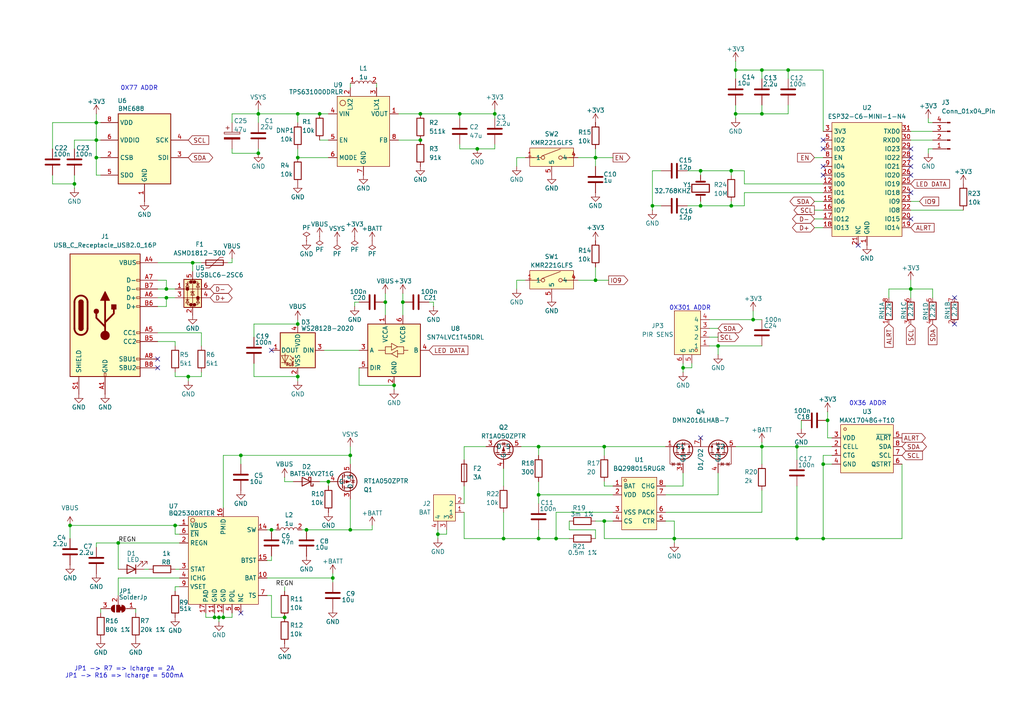
<source format=kicad_sch>
(kicad_sch (version 20231120) (generator "eeschema") (generator_version "8.0")
  (paper "A4")
  (title_block (title "Projet elec de puissance") (rev "V1.0"))
  (junction (at 27.94 35.56))
  (junction (at 54.61 109.22))
  (junction (at 146.05 156.21))
  (junction (at 86.36 93.98))
  (junction (at 86.36 45.72))
  (junction (at 63.5 179.07))
  (junction (at 156.21 129.54))
  (junction (at 111.76 87.63))
  (junction (at 231.14 156.21))
  (junction (at 240.03 121.92))
  (junction (at 27.94 40.64))
  (junction (at 88.9 153.67))
  (junction (at 220.98 129.54))
  (junction (at 228.6 20.32))
  (junction (at 50.8 152.4))
  (junction (at 213.36 20.32))
  (junction (at 27.94 45.72))
  (junction (at 172.72 81.28))
  (junction (at 138.43 43.18))
  (junction (at 101.6 153.67))
  (junction (at 101.6 132.08))
  (junction (at 116.84 87.63))
  (junction (at 127 154.94))
  (junction (at 86.36 109.22))
  (junction (at 161.29 156.21))
  (junction (at 64.77 179.07))
  (junction (at 189.23 59.69))
  (junction (at 172.72 45.72))
  (junction (at 86.36 33.02))
  (junction (at 175.26 151.13))
  (junction (at 212.09 59.69))
  (junction (at 82.55 179.07))
  (junction (at 143.51 33.02))
  (junction (at 121.92 40.64))
  (junction (at 175.26 129.54))
  (junction (at 231.14 129.54))
  (junction (at 264.16 83.82))
  (junction (at 21.59 53.34))
  (junction (at 114.3 111.76))
  (junction (at 156.21 143.51))
  (junction (at 96.52 167.64))
  (junction (at 20.32 152.4))
  (junction (at 74.93 44.45))
  (junction (at 48.26 86.36))
  (junction (at 220.98 33.02))
  (junction (at 156.21 156.21))
  (junction (at 55.88 76.2))
  (junction (at 74.93 33.02))
  (junction (at 121.92 33.02))
  (junction (at 238.76 134.62))
  (junction (at 48.26 83.82))
  (junction (at 95.25 139.7))
  (junction (at 208.28 100.33))
  (junction (at 62.23 179.07))
  (junction (at 78.74 153.67))
  (junction (at 133.35 33.02))
  (junction (at 92.71 33.02))
  (junction (at 238.76 156.21))
  (junction (at 203.2 49.53))
  (junction (at 198.12 106.68))
  (junction (at 203.2 59.69))
  (junction (at 212.09 49.53))
  (junction (at 213.36 33.02))
  (junction (at 195.58 156.21))
  (junction (at 220.98 20.32))
  (junction (at 218.44 92.71))
  (junction (at 69.85 132.08))
  (junction (at 34.29 157.48))
  (no_connect (at 276.86 93.98))
  (no_connect (at 69.85 177.8))
  (no_connect (at 264.16 43.18))
  (no_connect (at 45.72 104.14))
  (no_connect (at 238.76 48.26))
  (no_connect (at 264.16 50.8))
  (no_connect (at 238.76 50.8))
  (no_connect (at 248.92 71.12))
  (no_connect (at 78.74 101.6))
  (no_connect (at 203.2 127))
  (no_connect (at 264.16 45.72))
  (no_connect (at 264.16 55.88))
  (no_connect (at 45.72 106.68))
  (no_connect (at 264.16 48.26))
  (no_connect (at 276.86 86.36))
  (no_connect (at 238.76 43.18))
  (no_connect (at 264.16 63.5))
  (no_connect (at 238.76 40.64))
  (wire (pts (xy 66.04 76.2) (xy 67.31 76.2)))
  (wire (pts (xy 50.8 170.18) (xy 50.8 171.45)))
  (wire (pts (xy 34.29 167.64) (xy 34.29 172.72)))
  (wire (pts (xy 175.26 139.7) (xy 175.26 140.97)))
  (wire (pts (xy 215.9 59.69) (xy 215.9 55.88)))
  (wire (pts (xy 133.35 33.02) (xy 143.51 33.02)))
  (wire (pts (xy 220.98 148.59) (xy 193.04 148.59)))
  (wire (pts (xy 78.74 172.72) (xy 78.74 179.07)))
  (wire (pts (xy 86.36 92.71) (xy 86.36 93.98)))
  (wire (pts (xy 231.14 129.54) (xy 231.14 133.35)))
  (wire (pts (xy 63.5 179.07) (xy 62.23 179.07)))
  (wire (pts (xy 238.76 134.62) (xy 241.3 134.62)))
  (wire (pts (xy 220.98 142.24) (xy 220.98 148.59)))
  (wire (pts (xy 199.39 49.53) (xy 203.2 49.53)))
  (wire (pts (xy 67.31 44.45) (xy 74.93 44.45)))
  (wire (pts (xy 127 154.94) (xy 127 156.21)))
  (wire (pts (xy 218.44 92.71) (xy 218.44 90.17)))
  (wire (pts (xy 228.6 30.48) (xy 228.6 33.02)))
  (wire (pts (xy 189.23 60.96) (xy 189.23 59.69)))
  (wire (pts (xy 129.54 154.94) (xy 127 154.94)))
  (wire (pts (xy 236.22 63.5) (xy 238.76 63.5)))
  (wire (pts (xy 77.47 162.56) (xy 78.74 162.56)))
  (wire (pts (xy 116.84 87.63) (xy 116.84 91.44)))
  (wire (pts (xy 77.47 153.67) (xy 78.74 153.67)))
  (wire (pts (xy 205.74 100.33) (xy 208.28 100.33)))
  (wire (pts (xy 102.87 88.9) (xy 102.87 87.63)))
  (wire (pts (xy 232.41 121.92) (xy 232.41 124.46)))
  (wire (pts (xy 27.94 33.02) (xy 27.94 35.56)))
  (wire (pts (xy 86.36 35.56) (xy 86.36 33.02)))
  (wire (pts (xy 48.26 83.82) (xy 50.8 83.82)))
  (wire (pts (xy 172.72 153.67) (xy 165.1 153.67)))
  (wire (pts (xy 107.95 153.67) (xy 107.95 152.4)))
  (wire (pts (xy 109.22 24.13) (xy 109.22 25.4)))
  (wire (pts (xy 63.5 180.34) (xy 63.5 179.07)))
  (wire (pts (xy 189.23 49.53) (xy 191.77 49.53)))
  (wire (pts (xy 189.23 59.69) (xy 191.77 59.69)))
  (wire (pts (xy 236.22 60.96) (xy 238.76 60.96)))
  (wire (pts (xy 220.98 129.54) (xy 220.98 134.62)))
  (wire (pts (xy 149.86 45.72) (xy 152.4 45.72)))
  (wire (pts (xy 50.8 165.1) (xy 52.07 165.1)))
  (wire (pts (xy 143.51 34.29) (xy 143.51 33.02)))
  (wire (pts (xy 62.23 179.07) (xy 62.23 177.8)))
  (wire (pts (xy 134.62 129.54) (xy 140.97 129.54)))
  (wire (pts (xy 200.66 105.41) (xy 200.66 106.68)))
  (wire (pts (xy 240.03 121.92) (xy 240.03 127)))
  (wire (pts (xy 121.92 33.02) (xy 133.35 33.02)))
  (wire (pts (xy 238.76 132.08) (xy 238.76 134.62)))
  (wire (pts (xy 215.9 53.34) (xy 215.9 49.53)))
  (wire (pts (xy 64.77 177.8) (xy 64.77 179.07)))
  (wire (pts (xy 175.26 132.08) (xy 175.26 129.54)))
  (wire (pts (xy 82.55 139.7) (xy 85.09 139.7)))
  (wire (pts (xy 27.94 35.56) (xy 29.21 35.56)))
  (wire (pts (xy 146.05 140.97) (xy 146.05 135.89)))
  (wire (pts (xy 73.66 97.79) (xy 73.66 93.98)))
  (wire (pts (xy 264.16 83.82) (xy 264.16 86.36)))
  (wire (pts (xy 78.74 153.67) (xy 80.01 153.67)))
  (wire (pts (xy 189.23 49.53) (xy 189.23 59.69)))
  (wire (pts (xy 50.8 109.22) (xy 54.61 109.22)))
  (wire (pts (xy 172.72 153.67) (xy 172.72 156.21)))
  (wire (pts (xy 21.59 43.18) (xy 21.59 40.64)))
  (wire (pts (xy 52.07 170.18) (xy 50.8 170.18)))
  (wire (pts (xy 41.91 165.1) (xy 43.18 165.1)))
  (wire (pts (xy 21.59 53.34) (xy 21.59 50.8)))
  (wire (pts (xy 220.98 22.86) (xy 220.98 20.32)))
  (wire (pts (xy 96.52 166.37) (xy 96.52 167.64)))
  (wire (pts (xy 82.55 170.18) (xy 82.55 171.45)))
  (wire (pts (xy 86.36 45.72) (xy 95.25 45.72)))
  (wire (pts (xy 269.24 35.56) (xy 270.51 35.56)))
  (wire (pts (xy 236.22 66.04) (xy 238.76 66.04)))
  (wire (pts (xy 269.24 44.45) (xy 269.24 43.18)))
  (wire (pts (xy 69.85 132.08) (xy 69.85 134.62)))
  (wire (pts (xy 29.21 45.72) (xy 27.94 45.72)))
  (wire (pts (xy 165.1 153.67) (xy 165.1 151.13)))
  (wire (pts (xy 213.36 30.48) (xy 213.36 33.02)))
  (wire (pts (xy 21.59 40.64) (xy 27.94 40.64)))
  (wire (pts (xy 257.81 83.82) (xy 264.16 83.82)))
  (wire (pts (xy 241.3 127) (xy 240.03 127)))
  (wire (pts (xy 238.76 53.34) (xy 215.9 53.34)))
  (wire (pts (xy 20.32 156.21) (xy 20.32 152.4)))
  (wire (pts (xy 149.86 48.26) (xy 149.86 45.72)))
  (wire (pts (xy 264.16 40.64) (xy 270.51 40.64)))
  (wire (pts (xy 55.88 76.2) (xy 55.88 78.74)))
  (wire (pts (xy 45.72 96.52) (xy 58.42 96.52)))
  (wire (pts (xy 238.76 20.32) (xy 238.76 38.1)))
  (wire (pts (xy 101.6 24.13) (xy 101.6 25.4)))
  (wire (pts (xy 213.36 17.78) (xy 213.36 20.32)))
  (wire (pts (xy 101.6 129.54) (xy 101.6 132.08)))
  (wire (pts (xy 54.61 110.49) (xy 54.61 109.22)))
  (wire (pts (xy 175.26 129.54) (xy 193.04 129.54)))
  (wire (pts (xy 177.8 45.72) (xy 172.72 45.72)))
  (wire (pts (xy 193.04 143.51) (xy 208.28 143.51)))
  (wire (pts (xy 115.57 40.64) (xy 121.92 40.64)))
  (wire (pts (xy 133.35 43.18) (xy 133.35 41.91)))
  (wire (pts (xy 64.77 132.08) (xy 69.85 132.08)))
  (wire (pts (xy 231.14 129.54) (xy 220.98 129.54)))
  (wire (pts (xy 50.8 100.33) (xy 50.8 99.06)))
  (wire (pts (xy 213.36 22.86) (xy 213.36 20.32)))
  (wire (pts (xy 101.6 144.78) (xy 101.6 153.67)))
  (wire (pts (xy 45.72 88.9) (xy 48.26 88.9)))
  (wire (pts (xy 34.29 157.48) (xy 52.07 157.48)))
  (wire (pts (xy 212.09 58.42) (xy 212.09 59.69)))
  (wire (pts (xy 78.74 162.56) (xy 78.74 161.29)))
  (wire (pts (xy 93.98 101.6) (xy 104.14 101.6)))
  (wire (pts (xy 220.98 128.27) (xy 220.98 129.54)))
  (wire (pts (xy 74.93 33.02) (xy 74.93 35.56)))
  (wire (pts (xy 220.98 33.02) (xy 220.98 30.48)))
  (wire (pts (xy 73.66 105.41) (xy 73.66 109.22)))
  (wire (pts (xy 203.2 59.69) (xy 212.09 59.69)))
  (wire (pts (xy 95.25 140.97) (xy 95.25 139.7)))
  (wire (pts (xy 27.94 157.48) (xy 27.94 158.75)))
  (wire (pts (xy 208.28 143.51) (xy 208.28 137.16)))
  (wire (pts (xy 195.58 151.13) (xy 193.04 151.13)))
  (wire (pts (xy 27.94 50.8) (xy 29.21 50.8)))
  (wire (pts (xy 240.03 119.38) (xy 240.03 121.92)))
  (wire (pts (xy 67.31 35.56) (xy 67.31 33.02)))
  (wire (pts (xy 104.14 111.76) (xy 114.3 111.76)))
  (wire (pts (xy 175.26 151.13) (xy 177.8 151.13)))
  (wire (pts (xy 212.09 49.53) (xy 203.2 49.53)))
  (wire (pts (xy 156.21 143.51) (xy 156.21 146.05)))
  (wire (pts (xy 264.16 81.28) (xy 264.16 83.82)))
  (wire (pts (xy 50.8 109.22) (xy 50.8 107.95)))
  (wire (pts (xy 203.2 49.53) (xy 203.2 50.8)))
  (wire (pts (xy 27.94 157.48) (xy 34.29 157.48)))
  (wire (pts (xy 257.81 83.82) (xy 257.81 86.36)))
  (wire (pts (xy 27.94 35.56) (xy 27.94 40.64)))
  (wire (pts (xy 208.28 100.33) (xy 208.28 102.87)))
  (wire (pts (xy 146.05 148.59) (xy 146.05 156.21)))
  (wire (pts (xy 50.8 99.06) (xy 45.72 99.06)))
  (wire (pts (xy 87.63 153.67) (xy 88.9 153.67)))
  (wire (pts (xy 134.62 129.54) (xy 134.62 133.35)))
  (wire (pts (xy 228.6 20.32) (xy 228.6 22.86)))
  (wire (pts (xy 270.51 83.82) (xy 270.51 86.36)))
  (wire (pts (xy 74.93 33.02) (xy 86.36 33.02)))
  (wire (pts (xy 21.59 54.61) (xy 21.59 53.34)))
  (wire (pts (xy 175.26 156.21) (xy 195.58 156.21)))
  (wire (pts (xy 238.76 134.62) (xy 238.76 156.21)))
  (wire (pts (xy 129.54 153.67) (xy 129.54 154.94)))
  (wire (pts (xy 77.47 172.72) (xy 78.74 172.72)))
  (wire (pts (xy 52.07 154.94) (xy 50.8 154.94)))
  (wire (pts (xy 133.35 43.18) (xy 138.43 43.18)))
  (wire (pts (xy 27.94 45.72) (xy 27.94 40.64)))
  (wire (pts (xy 195.58 157.48) (xy 195.58 156.21)))
  (wire (pts (xy 220.98 92.71) (xy 218.44 92.71)))
  (wire (pts (xy 15.24 50.8) (xy 15.24 53.34)))
  (wire (pts (xy 156.21 139.7) (xy 156.21 143.51)))
  (wire (pts (xy 143.51 43.18) (xy 143.51 41.91)))
  (wire (pts (xy 200.66 106.68) (xy 198.12 106.68)))
  (wire (pts (xy 67.31 177.8) (xy 67.31 179.07)))
  (wire (pts (xy 134.62 156.21) (xy 146.05 156.21)))
  (wire (pts (xy 151.13 129.54) (xy 156.21 129.54)))
  (wire (pts (xy 78.74 179.07) (xy 82.55 179.07)))
  (wire (pts (xy 161.29 148.59) (xy 161.29 156.21)))
  (wire (pts (xy 195.58 156.21) (xy 195.58 151.13)))
  (wire (pts (xy 125.73 88.9) (xy 125.73 87.63)))
  (wire (pts (xy 50.8 152.4) (xy 52.07 152.4)))
  (wire (pts (xy 45.72 76.2) (xy 55.88 76.2)))
  (wire (pts (xy 236.22 58.42) (xy 238.76 58.42)))
  (wire (pts (xy 74.93 31.75) (xy 74.93 33.02)))
  (wire (pts (xy 50.8 154.94) (xy 50.8 152.4)))
  (wire (pts (xy 29.21 177.8) (xy 29.21 176.53)))
  (wire (pts (xy 213.36 129.54) (xy 220.98 129.54)))
  (wire (pts (xy 64.77 179.07) (xy 67.31 179.07)))
  (wire (pts (xy 205.74 95.25) (xy 208.28 95.25)))
  (wire (pts (xy 27.94 45.72) (xy 27.94 50.8)))
  (wire (pts (xy 82.55 138.43) (xy 82.55 139.7)))
  (wire (pts (xy 64.77 132.08) (xy 64.77 147.32)))
  (wire (pts (xy 58.42 96.52) (xy 58.42 100.33)))
  (wire (pts (xy 156.21 153.67) (xy 156.21 156.21)))
  (wire (pts (xy 67.31 33.02) (xy 74.93 33.02)))
  (wire (pts (xy 102.87 87.63) (xy 104.14 87.63)))
  (wire (pts (xy 172.72 81.28) (xy 176.53 81.28)))
  (wire (pts (xy 48.26 81.28) (xy 45.72 81.28)))
  (wire (pts (xy 198.12 140.97) (xy 198.12 137.16)))
  (wire (pts (xy 48.26 83.82) (xy 48.26 81.28)))
  (wire (pts (xy 205.74 97.79) (xy 208.28 97.79)))
  (wire (pts (xy 143.51 31.75) (xy 143.51 33.02)))
  (wire (pts (xy 215.9 55.88) (xy 238.76 55.88)))
  (wire (pts (xy 20.32 152.4) (xy 50.8 152.4)))
  (wire (pts (xy 167.64 81.28) (xy 172.72 81.28)))
  (wire (pts (xy 58.42 109.22) (xy 58.42 107.95)))
  (wire (pts (xy 55.88 76.2) (xy 58.42 76.2)))
  (wire (pts (xy 39.37 177.8) (xy 39.37 176.53)))
  (wire (pts (xy 156.21 156.21) (xy 161.29 156.21)))
  (wire (pts (xy 198.12 105.41) (xy 198.12 106.68)))
  (wire (pts (xy 127 153.67) (xy 127 154.94)))
  (wire (pts (xy 111.76 85.09) (xy 111.76 87.63)))
  (wire (pts (xy 116.84 85.09) (xy 116.84 87.63)))
  (wire (pts (xy 138.43 43.18) (xy 143.51 43.18)))
  (wire (pts (xy 199.39 59.69) (xy 203.2 59.69)))
  (wire (pts (xy 236.22 45.72) (xy 238.76 45.72)))
  (wire (pts (xy 238.76 156.21) (xy 231.14 156.21)))
  (wire (pts (xy 193.04 140.97) (xy 198.12 140.97)))
  (wire (pts (xy 86.36 110.49) (xy 86.36 109.22)))
  (wire (pts (xy 59.69 177.8) (xy 59.69 179.07)))
  (wire (pts (xy 156.21 132.08) (xy 156.21 129.54)))
  (wire (pts (xy 175.26 140.97) (xy 177.8 140.97)))
  (wire (pts (xy 213.36 20.32) (xy 220.98 20.32)))
  (wire (pts (xy 261.62 134.62) (xy 261.62 156.21)))
  (wire (pts (xy 205.74 92.71) (xy 218.44 92.71)))
  (wire (pts (xy 161.29 156.21) (xy 165.1 156.21)))
  (wire (pts (xy 104.14 106.68) (xy 104.14 111.76)))
  (wire (pts (xy 228.6 33.02) (xy 220.98 33.02)))
  (wire (pts (xy 172.72 45.72) (xy 172.72 48.26)))
  (wire (pts (xy 167.64 45.72) (xy 172.72 45.72)))
  (wire (pts (xy 114.3 113.03) (xy 114.3 111.76)))
  (wire (pts (xy 15.24 43.18) (xy 15.24 35.56)))
  (wire (pts (xy 45.72 83.82) (xy 48.26 83.82)))
  (wire (pts (xy 45.72 86.36) (xy 48.26 86.36)))
  (wire (pts (xy 231.14 129.54) (xy 241.3 129.54)))
  (wire (pts (xy 156.21 129.54) (xy 175.26 129.54)))
  (wire (pts (xy 115.57 33.02) (xy 121.92 33.02)))
  (wire (pts (xy 111.76 87.63) (xy 111.76 91.44)))
  (wire (pts (xy 92.71 40.64) (xy 95.25 40.64)))
  (wire (pts (xy 64.77 179.07) (xy 63.5 179.07)))
  (wire (pts (xy 48.26 86.36) (xy 50.8 86.36)))
  (wire (pts (xy 212.09 49.53) (xy 215.9 49.53)))
  (wire (pts (xy 261.62 156.21) (xy 238.76 156.21)))
  (wire (pts (xy 241.3 132.08) (xy 238.76 132.08)))
  (wire (pts (xy 92.71 139.7) (xy 95.25 139.7)))
  (wire (pts (xy 67.31 74.93) (xy 67.31 76.2)))
  (wire (pts (xy 208.28 100.33) (xy 220.98 100.33)))
  (wire (pts (xy 228.6 20.32) (xy 238.76 20.32)))
  (wire (pts (xy 27.94 40.64) (xy 29.21 40.64)))
  (wire (pts (xy 231.14 140.97) (xy 231.14 156.21)))
  (wire (pts (xy 212.09 50.8) (xy 212.09 49.53)))
  (wire (pts (xy 156.21 143.51) (xy 177.8 143.51)))
  (wire (pts (xy 67.31 44.45) (xy 67.31 43.18)))
  (wire (pts (xy 175.26 151.13) (xy 175.26 156.21)))
  (wire (pts (xy 101.6 153.67) (xy 107.95 153.67)))
  (wire (pts (xy 172.72 45.72) (xy 172.72 43.18)))
  (wire (pts (xy 73.66 93.98) (xy 86.36 93.98)))
  (wire (pts (xy 149.86 83.82) (xy 149.86 81.28)))
  (wire (pts (xy 264.16 38.1) (xy 270.51 38.1)))
  (wire (pts (xy 269.24 34.29) (xy 269.24 35.56)))
  (wire (pts (xy 264.16 58.42) (xy 266.7 58.42)))
  (wire (pts (xy 269.24 43.18) (xy 270.51 43.18)))
  (wire (pts (xy 161.29 148.59) (xy 177.8 148.59)))
  (wire (pts (xy 146.05 156.21) (xy 156.21 156.21)))
  (wire (pts (xy 69.85 132.08) (xy 101.6 132.08)))
  (wire (pts (xy 54.61 109.22) (xy 58.42 109.22)))
  (wire (pts (xy 48.26 88.9) (xy 48.26 86.36)))
  (wire (pts (xy 172.72 151.13) (xy 175.26 151.13)))
  (wire (pts (xy 34.29 157.48) (xy 34.29 165.1)))
  (wire (pts (xy 195.58 156.21) (xy 231.14 156.21)))
  (wire (pts (xy 134.62 140.97) (xy 134.62 146.05)))
  (wire (pts (xy 149.86 81.28) (xy 152.4 81.28)))
  (wire (pts (xy 172.72 81.28) (xy 172.72 77.47)))
  (wire (pts (xy 96.52 168.91) (xy 96.52 167.64)))
  (wire (pts (xy 15.24 35.56) (xy 27.94 35.56)))
  (wire (pts (xy 264.16 83.82) (xy 270.51 83.82)))
  (wire (pts (xy 198.12 106.68) (xy 198.12 107.95)))
  (wire (pts (xy 134.62 148.59) (xy 134.62 156.21)))
  (wire (pts (xy 213.36 33.02) (xy 220.98 33.02)))
  (wire (pts (xy 88.9 153.67) (xy 101.6 153.67)))
  (wire (pts (xy 77.47 167.64) (xy 96.52 167.64)))
  (wire (pts (xy 212.09 59.69) (xy 215.9 59.69)))
  (wire (pts (xy 86.36 43.18) (xy 86.36 45.72)))
  (wire (pts (xy 74.93 43.18) (xy 74.93 44.45)))
  (wire (pts (xy 73.66 109.22) (xy 86.36 109.22)))
  (wire (pts (xy 101.6 132.08) (xy 101.6 134.62)))
  (wire (pts (xy 86.36 33.02) (xy 92.71 33.02)))
  (wire (pts (xy 203.2 59.69) (xy 203.2 58.42)))
  (wire (pts (xy 220.98 20.32) (xy 228.6 20.32)))
  (wire (pts (xy 264.16 60.96) (xy 279.4 60.96)))
  (wire (pts (xy 125.73 87.63) (xy 124.46 87.63)))
  (wire (pts (xy 34.29 167.64) (xy 52.07 167.64)))
  (wire (pts (xy 213.36 34.29) (xy 213.36 33.02)))
  (wire (pts (xy 133.35 34.29) (xy 133.35 33.02)))
  (wire (pts (xy 92.71 33.02) (xy 95.25 33.02)))
  (wire (pts (xy 59.69 179.07) (xy 62.23 179.07)))
  (wire (pts (xy 15.24 53.34) (xy 21.59 53.34)))
  (text "0X36 ADDR" (at 251.714 117.094 0) (effects (font (size 1.27 1.27))))
  (text "JP1 -> R7 => Icharge = 2A\nJP1 -> R16 => Icharge = 500mA" (at 36.068 195.072 0) (effects (font (size 1.27 1.27))))
  (text "0X301 ADDR" (at 200.152 89.408 0) (effects (font (size 1.27 1.27))))
  (text "0X77 ADDR" (at 40.386 25.654 0) (effects (font (size 1.27 1.27))))
  (label "REGN" (at 82.55 170.18 0))
  (label "REGN" (at 34.29 157.48 0))
  (global_label "ALRT" (shape input) (at 264.16 66.04 0) (property "Intersheetrefs" "${INTERSHEET_REFS}" (effects (hide yes))))
  (global_label "ALRT" (shape output) (at 261.62 127 0) (property "Intersheetrefs" "${INTERSHEET_REFS}" (effects (hide yes))))
  (global_label "SCL" (shape input) (at 264.16 93.98 270) (property "Intersheetrefs" "${INTERSHEET_REFS}" (effects (hide yes))))
  (global_label "SDA" (shape bidirectional) (at 236.22 58.42 180) (property "Intersheetrefs" "${INTERSHEET_REFS}" (effects (hide yes))))
  (global_label "D-" (shape bidirectional) (at 236.22 63.5 180) (property "Intersheetrefs" "${INTERSHEET_REFS}" (effects (hide yes))))
  (global_label "SDA" (shape input) (at 270.51 93.98 270) (property "Intersheetrefs" "${INTERSHEET_REFS}" (effects (hide yes))))
  (global_label "D+" (shape bidirectional) (at 236.22 66.04 180) (property "Intersheetrefs" "${INTERSHEET_REFS}" (effects (hide yes))))
  (global_label "EN" (shape output) (at 177.8 45.72 0) (property "Intersheetrefs" "${INTERSHEET_REFS}" (effects (hide yes))))
  (global_label "SDA" (shape bidirectional) (at 261.62 129.54 0) (property "Intersheetrefs" "${INTERSHEET_REFS}" (effects (hide yes))))
  (global_label "D-" (shape bidirectional) (at 60.96 83.82 0) (property "Intersheetrefs" "${INTERSHEET_REFS}" (effects (hide yes))))
  (global_label "LED DATA" (shape input) (at 264.16 53.34 0) (property "Intersheetrefs" "${INTERSHEET_REFS}" (effects (hide yes))))
  (global_label "SCL" (shape input) (at 54.61 40.64 0) (property "Intersheetrefs" "${INTERSHEET_REFS}" (effects (hide yes))))
  (global_label "LED DATA" (shape input) (at 124.46 101.6 0) (property "Intersheetrefs" "${INTERSHEET_REFS}" (effects (hide yes))))
  (global_label "D+" (shape bidirectional) (at 60.96 86.36 0) (property "Intersheetrefs" "${INTERSHEET_REFS}" (effects (hide yes))))
  (global_label "IO9" (shape input) (at 266.7 58.42 0) (property "Intersheetrefs" "${INTERSHEET_REFS}" (effects (hide yes))))
  (global_label "SDA" (shape bidirectional) (at 54.61 45.72 0) (property "Intersheetrefs" "${INTERSHEET_REFS}" (effects (hide yes))))
  (global_label "SCL" (shape input) (at 261.62 132.08 0) (property "Intersheetrefs" "${INTERSHEET_REFS}" (effects (hide yes))))
  (global_label "SDA" (shape bidirectional) (at 208.28 95.25 0) (property "Intersheetrefs" "${INTERSHEET_REFS}" (effects (hide yes))))
  (global_label "SCL" (shape output) (at 208.28 97.79 0) (property "Intersheetrefs" "${INTERSHEET_REFS}" (effects (hide yes))))
  (global_label "ALRT" (shape input) (at 257.81 93.98 270) (property "Intersheetrefs" "${INTERSHEET_REFS}" (effects (hide yes))))
  (global_label "IO9" (shape output) (at 176.53 81.28 0) (property "Intersheetrefs" "${INTERSHEET_REFS}" (effects (hide yes))))
  (global_label "EN" (shape input) (at 236.22 45.72 180) (property "Intersheetrefs" "${INTERSHEET_REFS}" (effects (hide yes))))
  (global_label "SCL" (shape output) (at 236.22 60.96 180) (property "Intersheetrefs" "${INTERSHEET_REFS}" (effects (hide yes))))
  (symbol (lib_id "Projet_Puissance:RT1A050ZPTR") (at 101.6 139.7 270) (mirror x) (unit 1)
    (property "Reference" "Q1" (at 105.41 142.0535 90) (effects (justify left)))
    (property "Value" "RT1A050ZPTR" (at 105.41 139.5135 90) (effects (justify left)))
    (property "Footprint" "Projet_Puissance:TSST8-8_L3.0-W1.6-P0.65-LS2.0-BL" (effects (hide yes)))
    (property "Datasheet" "https://lcsc.com/product-detail/MOSFET_ROHM-Semicon_RT1A050ZPTR_ROHM-Semicon-RT1A050ZPTR_C308756.html" (effects (hide yes)))
    (property "LCSC Part" "C308756" (effects (hide yes)))
  )
  (symbol (lib_id "power:GND") (at 41.91 58.42 0) (unit 1)
    (property "Reference" "#PWR038" (effects (hide yes)))
    (property "Value" "GND" (at 41.91 62.23 0))
    (property "Description" "Power symbol creates a global label with name \"GND\" , ground" (effects (hide yes)))
  )
  (symbol (lib_id "power:GND") (at 69.85 142.24 0) (unit 1)
    (property "Reference" "#PWR017" (effects (hide yes)))
    (property "Value" "GND" (at 69.85 146.05 0))
    (property "Description" "Power symbol creates a global label with name \"GND\" , ground" (effects (hide yes)))
  )
  (symbol (lib_id "power:GND") (at 160.02 86.36 0) (unit 1)
    (property "Reference" "#PWR032" (effects (hide yes)))
    (property "Value" "GND" (at 160.02 90.17 0))
    (property "Description" "Power symbol creates a global label with name \"GND\" , ground" (effects (hide yes)))
  )
  (symbol (lib_id "Device:C_Polarized") (at 67.31 39.37 0) (unit 1)
    (property "Reference" "C25" (at 67.818 35.052 0) (effects (justify left)))
    (property "Value" "47u" (at 67.818 37.592 0) (effects (justify left)))
    (property "Footprint" "Capacitor_Tantalum_SMD:CP_EIA-6032-28_Kemet-C" (effects (hide yes)))
    (property "Datasheet" "https://www.mouser.fr/datasheet/2/40/TAJ-3165264.pdf" (effects (hide yes)))
    (property "Description" "Polarized capacitor" (effects (hide yes)))
    (property "LCSC Part" "C7219" (effects (hide yes)))
  )
  (symbol (lib_id "power:GND") (at 213.36 34.29 0) (unit 1)
    (property "Reference" "#PWR043" (effects (hide yes)))
    (property "Value" "GND" (at 213.36 38.1 0))
    (property "Description" "Power symbol creates a global label with name \"GND\" , ground" (effects (hide yes)))
  )
  (symbol (lib_id "Projet_Puissance:ESP32-C6-MINI-1-N4") (at 251.46 53.34 0) (unit 1)
    (property "Reference" "U2" (at 251.46 31.242 0))
    (property "Value" "ESP32-C6-MINI-1-N4" (at 251.46 33.782 0))
    (property "Footprint" "Projet_Puissance:WIFIM-SMD_61P-L16.6-W13.2-P0.80-ESP32-C6-MINI-1-N4" (effects (hide yes)))
    (property "Datasheet" "https://www.espressif.com/sites/default/files/documentation/esp32-c6-mini-1_mini-1u_datasheet_en.pdf" (effects (hide yes)))
    (property "LCSC Part" "C5736265" (effects (hide yes)))
  )
  (symbol (lib_id "power:+3V3") (at 143.51 31.75 0) (unit 1)
    (property "Reference" "#PWR027" (effects (hide yes)))
    (property "Value" "+3V3" (at 143.51 28.194 0))
    (property "Description" "Power symbol creates a global label with name \"+3V3\"" (effects (hide yes)))
  )
  (symbol (lib_id "Device:R_Pack04_Split") (at 264.16 90.17 0) (unit 3)
    (property "Reference" "RN1" (at 262.128 92.71 90) (effects (justify left)))
    (property "Value" "2.2k" (at 264.16 91.948 90) (effects (justify left)))
    (property "Footprint" "Resistor_SMD:R_Array_Concave_4x0402" (effects (hide yes)))
    (property "Datasheet" "https://jlcpcb.com/api/file/downloadByFileSystemAccessId/8588900308345376768" (effects (hide yes)))
    (property "Description" "4 resistor network, parallel topology, split" (effects (hide yes)))
    (property "LCSC Part" "C148505" (effects (hide yes)))
  )
  (symbol (lib_id "power:+3V3") (at 279.4 53.34 0) (mirror y) (unit 1)
    (property "Reference" "#PWR044" (effects (hide yes)))
    (property "Value" "+3V3" (at 279.4 49.784 0))
    (property "Description" "Power symbol creates a global label with name \"+3V3\"" (effects (hide yes)))
  )
  (symbol (lib_id "Projet_Puissance:MAX17048G+T10") (at 251.46 129.54 0) (unit 1)
    (property "Reference" "U3" (at 251.46 119.38 0))
    (property "Value" "MAX17048G+T10" (at 251.46 121.92 0))
    (property "Footprint" "Projet_Puissance:DFN-8_L2.0-W2.0-P0.50-BL-EP" (effects (hide yes)))
    (property "Datasheet" "https://www.analog.com/media/en/technical-documentation/data-sheets/max17048-max17049.pdf" (effects (hide yes)))
    (property "LCSC Part" "C2682616" (effects (hide yes)))
  )
  (symbol (lib_id "Device:R") (at 146.05 144.78 0) (unit 1)
    (property "Reference" "R22" (at 140.97 143.256 0) (effects (justify left)))
    (property "Value" "10k" (at 140.97 145.796 0) (effects (justify left)))
    (property "Footprint" "Resistor_SMD:R_0402_1005Metric_Pad0.72x0.64mm_HandSolder" (effects (hide yes)))
    (property "Description" "Resistor" (effects (hide yes)))
    (property "LCSC Part" "C71617" (effects (hide yes)))
  )
  (symbol (lib_id "Device:C") (at 220.98 26.67 0) (unit 1)
    (property "Reference" "C13" (at 221.488 22.606 0) (effects (justify left)))
    (property "Value" "2.2u" (at 221.234 24.384 0) (effects (justify left)))
    (property "Footprint" "Capacitor_SMD:C_0402_1005Metric_Pad0.74x0.62mm_HandSolder" (effects (hide yes)))
    (property "Description" "Unpolarized capacitor" (effects (hide yes)))
    (property "LCSC Part" "C170151" (effects (hide yes)))
  )
  (symbol (lib_id "Device:Crystal") (at 203.2 54.61 90) (unit 1)
    (property "Reference" "Y1" (at 199.39 53.594 90))
    (property "Value" "32.768KHZ" (at 195.072 55.372 90))
    (property "Footprint" "Crystal:Crystal_SMD_2012-2Pin_2.0x1.2mm" (effects (hide yes)))
    (property "Description" "Two pin crystal" (effects (hide yes)))
    (property "REF" "CM8V-T1A-32.768KHZ-12.5PF-20PPM-TA-QC " (effects (hide yes)))
    (property "LCSC Part" "C5341285" (effects (hide yes)))
  )
  (symbol (lib_id "Device:C") (at 27.94 162.56 0) (unit 1)
    (property "Reference" "C7" (at 24.13 158.496 0) (effects (justify left)))
    (property "Value" "2.2u" (at 22.86 160.274 0) (effects (justify left)))
    (property "Footprint" "Capacitor_SMD:C_0402_1005Metric_Pad0.74x0.62mm_HandSolder" (effects (hide yes)))
    (property "Description" "Unpolarized capacitor" (effects (hide yes)))
    (property "LCSC Part" "C170151" (effects (hide yes)))
  )
  (symbol (lib_id "Device:R") (at 121.92 44.45 0) (unit 1)
    (property "Reference" "R3" (at 124.46 43.1799 0) (effects (justify left)))
    (property "Value" "91k" (at 124.46 45.7199 0) (effects (justify left)))
    (property "Footprint" "Resistor_SMD:R_0402_1005Metric_Pad0.72x0.64mm_HandSolder" (effects (hide yes)))
    (property "Description" "Resistor" (effects (hide yes)))
    (property "LCSC Part" "C4147" (effects (hide yes)))
  )
  (symbol (lib_id "Device:R") (at 95.25 144.78 0) (unit 1)
    (property "Reference" "R10" (at 90.17 143.256 0) (effects (justify left)))
    (property "Value" "10k" (at 90.17 145.796 0) (effects (justify left)))
    (property "Footprint" "Resistor_SMD:R_0402_1005Metric_Pad0.72x0.64mm_HandSolder" (effects (hide yes)))
    (property "Description" "Resistor" (effects (hide yes)))
    (property "LCSC Part" "C71617" (effects (hide yes)))
  )
  (symbol (lib_id "power:GND") (at 96.52 176.53 0) (unit 1)
    (property "Reference" "#PWR020" (effects (hide yes)))
    (property "Value" "GND" (at 96.52 180.34 0))
    (property "Description" "Power symbol creates a global label with name \"GND\" , ground" (effects (hide yes)))
  )
  (symbol (lib_id "power:+BATT") (at 97.79 69.85 0) (unit 1)
    (property "Reference" "#PWR056" (effects (hide yes)))
    (property "Value" "VSYS" (at 97.79 66.294 0))
    (property "Description" "Power symbol creates a global label with name \"+BATT\"" (effects (hide yes)))
  )
  (symbol (lib_id "power:GND") (at 22.86 114.3 0) (mirror y) (unit 1)
    (property "Reference" "#PWR014" (effects (hide yes)))
    (property "Value" "GND" (at 22.86 118.11 0))
    (property "Description" "Power symbol creates a global label with name \"GND\" , ground" (effects (hide yes)))
  )
  (symbol (lib_id "power:GND") (at 86.36 110.49 0) (mirror y) (unit 1)
    (property "Reference" "#PWR046" (effects (hide yes)))
    (property "Value" "GND" (at 86.36 114.3 0))
    (property "Description" "Power symbol creates a global label with name \"GND\" , ground" (effects (hide yes)))
  )
  (symbol (lib_id "power:+BATT") (at 107.95 152.4 0) (unit 1)
    (property "Reference" "#PWR01" (effects (hide yes)))
    (property "Value" "+BATT" (at 107.95 148.844 0))
    (property "Description" "Power symbol creates a global label with name \"+BATT\"" (effects (hide yes)))
  )
  (symbol (lib_id "power:+3V3") (at 218.44 90.17 0) (unit 1)
    (property "Reference" "#PWR062" (effects (hide yes)))
    (property "Value" "+3V3" (at 218.44 86.614 0))
    (property "Description" "Power symbol creates a global label with name \"+3V3\"" (effects (hide yes)))
  )
  (symbol (lib_id "power:GND") (at 88.9 69.85 0) (unit 1)
    (property "Reference" "#PWR057" (effects (hide yes)))
    (property "Value" "GND" (at 88.9 73.66 0))
    (property "Description" "Power symbol creates a global label with name \"GND\" , ground" (effects (hide yes)))
  )
  (symbol (lib_id "power:+3V3") (at 172.72 69.85 0) (unit 1)
    (property "Reference" "#PWR034" (effects (hide yes)))
    (property "Value" "+3V3" (at 172.72 66.04 0))
    (property "Description" "Power symbol creates a global label with name \"+3V3\"" (effects (hide yes)))
  )
  (symbol (lib_id "Device:C") (at 88.9 157.48 0) (unit 1)
    (property "Reference" "C8" (at 92.71 156.972 0) (effects (justify left)))
    (property "Value" "10u" (at 91.44 158.75 0) (effects (justify left)))
    (property "Footprint" "Capacitor_SMD:C_0603_1608Metric_Pad1.08x0.95mm_HandSolder" (effects (hide yes)))
    (property "Description" "Unpolarized capacitor" (effects (hide yes)))
    (property "LCSC Part" "C96446" (effects (hide yes)))
  )
  (symbol (lib_id "Device:R") (at 58.42 104.14 0) (unit 1)
    (property "Reference" "R6" (at 59.69 102.87 0) (effects (justify left)))
    (property "Value" "5k1" (at 59.69 105.41 0) (effects (justify left)))
    (property "Footprint" "Resistor_SMD:R_0402_1005Metric_Pad0.72x0.64mm_HandSolder" (effects (hide yes)))
    (property "Description" "Resistor" (effects (hide yes)))
    (property "LCSC Part" "C25905" (effects (hide yes)))
  )
  (symbol (lib_id "power:+BATT") (at 220.98 128.27 0) (unit 1)
    (property "Reference" "#PWR040" (effects (hide yes)))
    (property "Value" "+BATT" (at 220.98 124.714 0))
    (property "Description" "Power symbol creates a global label with name \"+BATT\"" (effects (hide yes)))
  )
  (symbol (lib_id "power:+3V3") (at 102.87 68.58 0) (unit 1)
    (property "Reference" "#PWR058" (effects (hide yes)))
    (property "Value" "+3V3" (at 102.87 65.024 0))
    (property "Description" "Power symbol creates a global label with name \"+3V3\"" (effects (hide yes)))
  )
  (symbol (lib_id "power:GND") (at 27.94 166.37 0) (unit 1)
    (property "Reference" "#PWR016" (effects (hide yes)))
    (property "Value" "GND" (at 27.94 170.18 0))
    (property "Description" "Power symbol creates a global label with name \"GND\" , ground" (effects (hide yes)))
  )
  (symbol (lib_id "power:GND") (at 195.58 157.48 0) (unit 1)
    (property "Reference" "#PWR019" (effects (hide yes)))
    (property "Value" "GND" (at 195.58 161.29 0))
    (property "Description" "Power symbol creates a global label with name \"GND\" , ground" (effects (hide yes)))
  )
  (symbol (lib_id "power:GND") (at 149.86 83.82 0) (unit 1)
    (property "Reference" "#PWR035" (effects (hide yes)))
    (property "Value" "GND" (at 149.86 87.63 0))
    (property "Description" "Power symbol creates a global label with name \"GND\" , ground" (effects (hide yes)))
  )
  (symbol (lib_id "power:GND") (at 189.23 60.96 0) (unit 1)
    (property "Reference" "#PWR045" (effects (hide yes)))
    (property "Value" "GND" (at 189.23 64.77 0))
    (property "Description" "Power symbol creates a global label with name \"GND\" , ground" (effects (hide yes)))
  )
  (symbol (lib_id "power:GND") (at 95.25 148.59 0) (unit 1)
    (property "Reference" "#PWR028" (effects (hide yes)))
    (property "Value" "GND" (at 95.25 152.4 0))
    (property "Description" "Power symbol creates a global label with name \"GND\" , ground" (effects (hide yes)))
  )
  (symbol (lib_id "Device:C") (at 21.59 46.99 0) (unit 1)
    (property "Reference" "C23" (at 22.098 42.926 0) (effects (justify left)))
    (property "Value" "100n" (at 21.844 44.704 0) (effects (justify left)))
    (property "Footprint" "Capacitor_SMD:C_0402_1005Metric_Pad0.74x0.62mm_HandSolder" (effects (hide yes)))
    (property "Description" "Unpolarized capacitor" (effects (hide yes)))
    (property "LCSC Part" "C155422" (effects (hide yes)))
  )
  (symbol (lib_id "power:+3V3") (at 213.36 17.78 0) (unit 1)
    (property "Reference" "#PWR042" (effects (hide yes)))
    (property "Value" "+3V3" (at 213.36 14.224 0))
    (property "Description" "Power symbol creates a global label with name \"+3V3\"" (effects (hide yes)))
  )
  (symbol (lib_id "power:+BATT") (at 96.52 166.37 0) (unit 1)
    (property "Reference" "#PWR065" (effects (hide yes)))
    (property "Value" "+BATT" (at 96.52 162.814 0))
    (property "Description" "Power symbol creates a global label with name \"+BATT\"" (effects (hide yes)))
  )
  (symbol (lib_id "Projet_Puissance:RT1A050ZPTR") (at 146.05 129.54 0) (unit 1)
    (property "Reference" "Q2" (at 146.05 123.952 0))
    (property "Value" "RT1A050ZPTR" (at 146.05 126.492 0))
    (property "Footprint" "Projet_Puissance:TSST8-8_L3.0-W1.6-P0.65-LS2.0-BL" (effects (hide yes)))
    (property "Datasheet" "https://lcsc.com/product-detail/MOSFET_ROHM-Semicon_RT1A050ZPTR_ROHM-Semicon-RT1A050ZPTR_C308756.html" (effects (hide yes)))
    (property "LCSC Part" "C308756" (effects (hide yes)))
  )
  (symbol (lib_id "Device:R") (at 50.8 175.26 180) (unit 1)
    (property "Reference" "R9" (at 54.61 174.752 0) (effects (justify left)))
    (property "Value" "51k" (at 55.626 176.53 0) (effects (justify left)))
    (property "Footprint" "Resistor_SMD:R_0402_1005Metric_Pad0.72x0.64mm_HandSolder" (effects (hide yes)))
    (property "Description" "Resistor" (effects (hide yes)))
    (property "LCSC Part" "C25794" (effects (hide yes)))
  )
  (symbol (lib_id "power:+BATT") (at 101.6 129.54 0) (unit 1)
    (property "Reference" "#PWR030" (effects (hide yes)))
    (property "Value" "VSYS" (at 101.6 125.984 0))
    (property "Description" "Power symbol creates a global label with name \"+BATT\"" (effects (hide yes)))
  )
  (symbol (lib_id "Jumper:SolderJumper_3_Bridged12") (at 34.29 176.53 180) (unit 1) (in_bom no)
    (property "Reference" "JP1" (at 36.322 171.45 0))
    (property "Value" "SolderJp" (at 38.608 173.228 0))
    (property "Footprint" "Jumper:SolderJumper-3_P1.3mm_Bridged12_RoundedPad1.0x1.5mm_NumberLabels" (effects (hide yes)))
    (property "Description" "3-pole Solder Jumper, pins 1+2 closed/bridged" (effects (hide yes)))
  )
  (symbol (lib_id "Projet_Puissance:DMN2016LHAB-7") (at 203.2 129.54 0) (unit 1)
    (property "Reference" "Q4" (at 203.2 119.38 0))
    (property "Value" "DMN2016LHAB-7" (at 203.2 121.92 0))
    (property "Footprint" "Projet_Puissance:U-DFN2030-6_L2.0-W3.0-P0.65-BL-EP" (effects (hide yes)))
    (property "Datasheet" "https://lcsc.com/product-detail/Others_Diodes-Incorporated_DMN2016LHAB-7_Diodes-Incorporated-DMN2016LHAB-7_C264091.html" (effects (hide yes)))
    (property "LCSC Part" "C264091" (effects (hide yes)))
  )
  (symbol (lib_id "power:GND") (at 232.41 124.46 0) (unit 1)
    (property "Reference" "#PWR09" (effects (hide yes)))
    (property "Value" "GND" (at 232.41 128.27 0))
    (property "Description" "Power symbol creates a global label with name \"GND\" , ground" (effects (hide yes)))
  )
  (symbol (lib_id "Projet_Puissance:KMR221GLFS") (at 160.02 81.28 0) (unit 1)
    (property "Reference" "SW1" (at 160.02 74.422 0))
    (property "Value" "KMR221GLFS" (at 160.02 76.962 0))
    (property "Footprint" "Projet_Puissance:KEY-SMD_KMR2XXGXXX" (effects (hide yes)))
    (property "Datasheet" "https://lcsc.com/product-detail/Others_C-K-KMR221GLFS_C72443.html" (effects (hide yes)))
    (property "LCSC Part" "C72443" (effects (hide yes)))
  )
  (symbol (lib_id "Device:R") (at 168.91 151.13 90) (unit 1)
    (property "Reference" "R19" (at 169.926 147.32 90) (effects (justify left)))
    (property "Value" "3m 1%" (at 172.212 149.098 90) (effects (justify left)))
    (property "Footprint" "Resistor_SMD:R_1206_3216Metric_Pad1.30x1.75mm_HandSolder" (effects (hide yes)))
    (property "Description" "Resistor" (effects (hide yes)))
    (property "LCSC Part" "C601095" (effects (hide yes)))
  )
  (symbol (lib_id "Projet_Puissance:DFE252012P-1R0M=P2") (at 105.41 24.13 0) (unit 1)
    (property "Reference" "L1" (at 105.41 19.812 0))
    (property "Value" "1u" (at 105.41 22.352 0))
    (property "Footprint" "Projet_Puissance:L1008" (effects (hide yes)))
    (property "Datasheet" "https://www.lcsc.com/datasheet/lcsc_datasheet_2201242130_Murata-Electronics-DFE252012P-1R0M-P2_C882955.pdf" (effects (hide yes)))
    (property "LCSC Part" "C882955" (effects (hide yes)))
  )
  (symbol (lib_id "Device:R") (at 172.72 73.66 0) (unit 1)
    (property "Reference" "R14" (at 167.64 72.644 0) (effects (justify left)))
    (property "Value" "10k" (at 167.64 75.184 0) (effects (justify left)))
    (property "Footprint" "Resistor_SMD:R_0402_1005Metric_Pad0.72x0.64mm_HandSolder" (effects (hide yes)))
    (property "Description" "Resistor" (effects (hide yes)))
    (property "LCSC Part" "C71617" (effects (hide yes)))
  )
  (symbol (lib_id "power:VBUS") (at 111.76 85.09 0) (unit 1)
    (property "Reference" "#PWR048" (effects (hide yes)))
    (property "Value" "VBUS" (at 111.76 81.534 0))
    (property "Description" "Power symbol creates a global label with name \"VBUS\"" (effects (hide yes)))
  )
  (symbol (lib_id "power:GND") (at 82.55 186.69 0) (unit 1)
    (property "Reference" "#PWR031" (effects (hide yes)))
    (property "Value" "GND" (at 82.55 190.5 0))
    (property "Description" "Power symbol creates a global label with name \"GND\" , ground" (effects (hide yes)))
  )
  (symbol (lib_id "Device:R") (at 156.21 135.89 0) (unit 1)
    (property "Reference" "R18" (at 151.13 134.366 0) (effects (justify left)))
    (property "Value" "300" (at 151.13 136.906 0) (effects (justify left)))
    (property "Footprint" "Resistor_SMD:R_0402_1005Metric_Pad0.72x0.64mm_HandSolder" (effects (hide yes)))
    (property "Description" "Resistor" (effects (hide yes)))
    (property "LCSC Part" "C25102" (effects (hide yes)))
  )
  (symbol (lib_id "Device:R") (at 86.36 39.37 0) (unit 1) (in_bom no)
    (property "Reference" "DNP1" (at 80.01 37.846 0) (effects (justify left)))
    (property "Value" "10k" (at 81.28 40.386 0) (effects (justify left)))
    (property "Footprint" "Resistor_SMD:R_0402_1005Metric_Pad0.72x0.64mm_HandSolder" (effects (hide yes)))
    (property "Description" "Resistor" (effects (hide yes)))
    (property "LCSC Part" "C71617" (effects (hide yes)))
  )
  (symbol (lib_id "power:PWR_FLAG") (at 97.79 69.85 180) (unit 1)
    (property "Reference" "#FLG02" (effects (hide yes)))
    (property "Value" "PF" (at 97.79 73.66 0))
    (property "Description" "Special symbol for telling ERC where power comes from" (effects (hide yes)))
  )
  (symbol (lib_id "power:GND") (at 251.46 71.12 0) (unit 1)
    (property "Reference" "#PWR041" (effects (hide yes)))
    (property "Value" "GND" (at 251.46 74.93 0))
    (property "Description" "Power symbol creates a global label with name \"GND\" , ground" (effects (hide yes)))
  )
  (symbol (lib_id "Projet_Puissance:BQ298015RUGR") (at 185.42 146.05 0) (unit 1)
    (property "Reference" "U1" (at 185.42 133.35 0))
    (property "Value" "BQ298015RUGR" (at 185.42 135.89 0))
    (property "Footprint" "Projet_Puissance:X2QFN-8_L1.5-W1.5-P0.50-TL" (effects (hide yes)))
    (property "Datasheet" "https://www.ti.com/lit/ds/symlink/bq2980.pdf?ts=1744132191207&ref_url=https%253A%252F%252Fwww.ti.com%252Fproduct%252FBQ2980%252Fpart-details%252FBQ298015RUGR" (effects (hide yes)))
    (property "LCSC Part" "C3681805" (effects (hide yes)))
  )
  (symbol (lib_id "Device:R") (at 29.21 181.61 0) (unit 1)
    (property "Reference" "R16" (at 30.48 180.086 0) (effects (justify left)))
    (property "Value" "80k 1%" (at 30.48 182.626 0) (effects (justify left)))
    (property "Footprint" "Resistor_SMD:R_0402_1005Metric_Pad0.72x0.64mm_HandSolder" (effects (hide yes)))
    (property "Description" "Resistor" (effects (hide yes)))
    (property "LCSC Part" "C25921" (effects (hide yes)))
  )
  (symbol (lib_id "Device:C") (at 96.52 172.72 0) (unit 1)
    (property "Reference" "C9" (at 100.33 172.212 0) (effects (justify left)))
    (property "Value" "10u" (at 99.06 173.99 0) (effects (justify left)))
    (property "Footprint" "Capacitor_SMD:C_0603_1608Metric_Pad1.08x0.95mm_HandSolder" (effects (hide yes)))
    (property "Description" "Unpolarized capacitor" (effects (hide yes)))
    (property "LCSC Part" "C96446" (effects (hide yes)))
  )
  (symbol (lib_id "Device:C") (at 172.72 52.07 0) (unit 1)
    (property "Reference" "C10" (at 175.006 50.546 0) (effects (justify left)))
    (property "Value" "1u" (at 175.006 52.324 0) (effects (justify left)))
    (property "Footprint" "Capacitor_SMD:C_0402_1005Metric_Pad0.74x0.62mm_HandSolder" (effects (hide yes)))
    (property "Description" "Unpolarized capacitor" (effects (hide yes)))
    (property "LCSC Part" "C14445" (effects (hide yes)))
  )
  (symbol (lib_id "power:PWR_FLAG") (at 88.9 69.85 0) (unit 1)
    (property "Reference" "#FLG05" (effects (hide yes)))
    (property "Value" "PF" (at 88.9 66.04 0))
    (property "Description" "Special symbol for telling ERC where power comes from" (effects (hide yes)))
  )
  (symbol (lib_id "power:GND") (at 54.61 110.49 0) (mirror y) (unit 1)
    (property "Reference" "#PWR011" (effects (hide yes)))
    (property "Value" "GND" (at 54.61 114.3 0))
    (property "Description" "Power symbol creates a global label with name \"GND\" , ground" (effects (hide yes)))
  )
  (symbol (lib_id "power:GND") (at 29.21 185.42 0) (unit 1)
    (property "Reference" "#PWR039" (effects (hide yes)))
    (property "Value" "GND" (at 29.21 189.23 0))
    (property "Description" "Power symbol creates a global label with name \"GND\" , ground" (effects (hide yes)))
  )
  (symbol (lib_id "Device:LED") (at 38.1 165.1 180) (unit 1)
    (property "Reference" "D1" (at 38.1 160.528 0))
    (property "Value" "LED" (at 38.608 162.306 0))
    (property "Footprint" "LED_SMD:LED_0402_1005Metric_Pad0.77x0.64mm_HandSolder" (effects (hide yes)))
    (property "Description" "Light emitting diode" (effects (hide yes)))
    (property "LCSC Part" "C130719" (effects (hide yes)))
  )
  (symbol (lib_id "power:GND") (at 20.32 163.83 0) (unit 1)
    (property "Reference" "#PWR024" (effects (hide yes)))
    (property "Value" "GND" (at 20.32 167.64 0))
    (property "Description" "Power symbol creates a global label with name \"GND\" , ground" (effects (hide yes)))
  )
  (symbol (lib_id "Projet_Puissance:TPS631000DRLR") (at 105.41 38.1 0) (unit 1)
    (property "Reference" "U9" (at 98.044 24.638 0))
    (property "Value" "TPS631000DRLR" (at 91.694 26.67 0))
    (property "Footprint" "Projet_Puissance:SOT-583-8_L2.1-W1.2-P0.50-LS1.6-BL" (effects (hide yes)))
    (property "Datasheet" "https://www.ti.com/lit/ds/symlink/tps631000.pdf?ts=1744057598481&ref_url=https%253A%252F%252Fwww.ti.com%252Fproduct%252FTPS631000%252Fpart-details%252FTPS631000DRLR" (effects (hide yes)))
    (property "LCSC Part" "C5219190" (effects (hide yes)))
  )
  (symbol (lib_id "Device:C") (at 143.51 38.1 0) (unit 1)
    (property "Reference" "C3" (at 144.018 34.036 0) (effects (justify left)))
    (property "Value" "2.2u" (at 143.764 35.814 0) (effects (justify left)))
    (property "Footprint" "Capacitor_SMD:C_0402_1005Metric_Pad0.74x0.62mm_HandSolder" (effects (hide yes)))
    (property "Description" "Unpolarized capacitor" (effects (hide yes)))
    (property "LCSC Part" "C170151" (effects (hide yes)))
  )
  (symbol (lib_id "Projet_Puissance:SM04B-SRSS-TB(LF)(SN)") (at 199.39 96.52 180) (unit 1)
    (property "Reference" "JP3" (at 190.754 94.488 0))
    (property "Value" "PIR SENS" (at 190.754 97.028 0))
    (property "Footprint" "Projet_Puissance:CONN-SMD_4P-P1.00_SM04B-SRSS-TB-LF-SN" (effects (hide yes)))
    (property "Datasheet" "https://lcsc.com/product-detail/Others_JST-Sales-America__JST-Sales-America-SM04B-SRSS-TB-LF-SN_C160404.html" (effects (hide yes)))
    (property "Description" "JST SH 4 PIN" (effects (hide yes)))
    (property "LCSC Part" "C160404" (effects (hide yes)))
  )
  (symbol (lib_id "power:+BATT") (at 107.95 69.85 0) (unit 1)
    (property "Reference" "#PWR060" (effects (hide yes)))
    (property "Value" "+BATT" (at 107.95 66.294 0))
    (property "Description" "Power symbol creates a global label with name \"+BATT\"" (effects (hide yes)))
  )
  (symbol (lib_id "Power_Protection:USBLC6-2SC6") (at 55.88 83.82 0) (unit 1)
    (property "Reference" "U5" (at 56.642 77.724 0) (effects (justify left)))
    (property "Value" "USBLC6-2SC6" (at 56.642 79.756 0) (effects (justify left)))
    (property "Footprint" "Package_TO_SOT_SMD:SOT-23-6" (effects (hide yes)))
    (property "Datasheet" "https://www.st.com/resource/en/datasheet/usblc6-2.pdf" (effects (hide yes)))
    (property "Description" "Very low capacitance ESD protection diode, 2 data-line, SOT-23-6" (effects (hide yes)))
    (property "LCSC Part" "C7519" (effects (hide yes)))
  )
  (symbol (lib_id "power:PWR_FLAG") (at 102.87 68.58 180) (unit 1)
    (property "Reference" "#FLG03" (effects (hide yes)))
    (property "Value" "PF" (at 102.87 72.39 0))
    (property "Description" "Special symbol for telling ERC where power comes from" (effects (hide yes)))
  )
  (symbol (lib_id "Device:Fuse") (at 134.62 137.16 0) (unit 1)
    (property "Reference" "F2" (at 137.16 135.8899 0) (effects (justify left)))
    (property "Value" "3A" (at 137.16 138.4299 0) (effects (justify left)))
    (property "Footprint" "Fuse:Fuse_1206_3216Metric_Pad1.42x1.75mm_HandSolder" (effects (hide yes)))
    (property "Datasheet" "https://jlcpcb.com/api/file/downloadByFileSystemAccessId/8586173350360600576" (effects (hide yes)))
    (property "Description" "Fuse" (effects (hide yes)))
    (property "LCSC Part" "C14165" (effects (hide yes)))
  )
  (symbol (lib_id "Device:Polyfuse") (at 62.23 76.2 90) (unit 1)
    (property "Reference" "F1" (at 57.912 70.866 90))
    (property "Value" "ASMD1812-300" (at 57.912 73.406 90))
    (property "Footprint" "Resistor_SMD:R_1812_4532Metric_Pad1.30x3.40mm_HandSolder" (effects (hide yes)))
    (property "Description" "Resettable fuse, polymeric positive temperature coefficient" (effects (hide yes)))
    (property "LCSC Part" "C2982284" (effects (hide yes)))
  )
  (symbol (lib_id "Device:C") (at 236.22 121.92 90) (unit 1)
    (property "Reference" "C18" (at 234.95 120.904 90) (effects (justify left)))
    (property "Value" "100n" (at 235.204 119.126 90) (effects (justify left)))
    (property "Footprint" "Capacitor_SMD:C_0402_1005Metric_Pad0.74x0.62mm_HandSolder" (effects (hide yes)))
    (property "Description" "Unpolarized capacitor" (effects (hide yes)))
    (property "LCSC Part" "C155422" (effects (hide yes)))
  )
  (symbol (lib_id "Device:R_Pack04_Split") (at 276.86 90.17 0) (unit 2)
    (property "Reference" "RN1" (at 274.828 92.71 90) (effects (justify left)))
    (property "Value" "2.2k" (at 276.86 91.948 90) (effects (justify left)))
    (property "Footprint" "Resistor_SMD:R_Array_Concave_4x0402" (effects (hide yes)))
    (property "Datasheet" "https://jlcpcb.com/api/file/downloadByFileSystemAccessId/8588900308345376768" (effects (hide yes)))
    (property "Description" "4 resistor network, parallel topology, split" (effects (hide yes)))
    (property "LCSC Part" "C148505" (effects (hide yes)))
  )
  (symbol (lib_id "Logic_LevelTranslator:SN74LVC1T45DRL") (at 114.3 101.6 0) (unit 1)
    (property "Reference" "U8" (at 132.08 95.2814 0))
    (property "Value" "SN74LVC1T45DRL" (at 132.08 97.8214 0))
    (property "Footprint" "Package_TO_SOT_SMD:SOT-563" (effects (hide yes)))
    (property "Datasheet" "http://www.ti.com/lit/ds/symlink/sn74lvc1t45.pdf" (effects (hide yes)))
    (property "Description" "Single-Bit Dual-Supply Bus Transceiver With Configurable Voltage Translation and 3-State Outputs, SOT-563" (effects (hide yes)))
    (property "LCSC Part" "C352970" (effects (hide yes)))
  )
  (symbol (lib_id "power:+3V3") (at 269.24 34.29 0) (unit 1)
    (property "Reference" "#PWR067" (effects (hide yes)))
    (property "Value" "+3V3" (at 269.24 30.734 0))
    (property "Description" "Power symbol creates a global label with name \"+3V3\"" (effects (hide yes)))
  )
  (symbol (lib_id "Device:R") (at 92.71 36.83 0) (unit 1)
    (property "Reference" "R1" (at 87.63 35.306 0) (effects (justify left)))
    (property "Value" "10k" (at 87.63 37.846 0) (effects (justify left)))
    (property "Footprint" "Resistor_SMD:R_0402_1005Metric_Pad0.72x0.64mm_HandSolder" (effects (hide yes)))
    (property "Description" "Resistor" (effects (hide yes)))
    (property "LCSC Part" "C71617" (effects (hide yes)))
  )
  (symbol (lib_id "Device:C") (at 15.24 46.99 0) (unit 1)
    (property "Reference" "C22" (at 15.748 42.926 0) (effects (justify left)))
    (property "Value" "100n" (at 15.494 44.704 0) (effects (justify left)))
    (property "Footprint" "Capacitor_SMD:C_0402_1005Metric_Pad0.74x0.62mm_HandSolder" (effects (hide yes)))
    (property "Description" "Unpolarized capacitor" (effects (hide yes)))
    (property "LCSC Part" "C155422" (effects (hide yes)))
  )
  (symbol (lib_id "power:GND") (at 88.9 161.29 0) (unit 1)
    (property "Reference" "#PWR018" (effects (hide yes)))
    (property "Value" "GND" (at 88.9 165.1 0))
    (property "Description" "Power symbol creates a global label with name \"GND\" , ground" (effects (hide yes)))
  )
  (symbol (lib_id "power:GND") (at 105.41 50.8 0) (unit 1)
    (property "Reference" "#PWR05" (effects (hide yes)))
    (property "Value" "GND" (at 105.41 54.61 0))
    (property "Description" "Power symbol creates a global label with name \"GND\" , ground" (effects (hide yes)))
  )
  (symbol (lib_id "power:GND") (at 172.72 55.88 0) (unit 1)
    (property "Reference" "#PWR08" (effects (hide yes)))
    (property "Value" "GND" (at 172.72 59.69 0))
    (property "Description" "Power symbol creates a global label with name \"GND\" , ground" (effects (hide yes)))
  )
  (symbol (lib_id "Device:D_Schottky") (at 88.9 139.7 180) (unit 1)
    (property "Reference" "D2" (at 88.9 135.382 0))
    (property "Value" "BAT54XV2T1G" (at 90.424 137.414 0))
    (property "Footprint" "Diode_SMD:D_SOD-523" (effects (hide yes)))
    (property "Datasheet" "https://jlcpcb.com/api/file/downloadByFileSystemAccessId/8586187299054477312" (effects (hide yes)))
    (property "Description" "Schottky diode" (effects (hide yes)))
    (property "LCSC Part" "C81572" (effects (hide yes)))
  )
  (symbol (lib_id "power:+BATT") (at 74.93 31.75 0) (unit 1)
    (property "Reference" "#PWR026" (effects (hide yes)))
    (property "Value" "VSYS" (at 74.93 28.194 0))
    (property "Description" "Power symbol creates a global label with name \"+BATT\"" (effects (hide yes)))
  )
  (symbol (lib_id "power:GND") (at 39.37 185.42 0) (unit 1)
    (property "Reference" "#PWR021" (effects (hide yes)))
    (property "Value" "GND" (at 39.37 189.23 0))
    (property "Description" "Power symbol creates a global label with name \"GND\" , ground" (effects (hide yes)))
  )
  (symbol (lib_id "Projet_Puissance:BQ25300RTER") (at 64.77 162.56 0) (unit 1)
    (property "Reference" "U7" (at 50.292 146.812 0))
    (property "Value" "BQ25300RTER" (at 55.626 148.844 0))
    (property "Footprint" "Projet_Puissance:QFN-16_L3.0-W3.0-P0.50-BL-EP1.7" (effects (hide yes)))
    (property "Datasheet" "https://www.ti.com/lit/ds/symlink/bq25300.pdf?ts=1744145468080&ref_url=https%253A%252F%252Fwww.ti.com%252Fproduct%252FBQ25300%252Fpart-details%252FBQ25300RTER" (effects (hide yes)))
    (property "LCSC Part" "C2763848" (effects (hide yes)))
  )
  (symbol (lib_id "power:GND") (at 149.86 48.26 0) (unit 1)
    (property "Reference" "#PWR037" (effects (hide yes)))
    (property "Value" "GND" (at 149.86 52.07 0))
    (property "Description" "Power symbol creates a global label with name \"GND\" , ground" (effects (hide yes)))
  )
  (symbol (lib_id "power:PWR_FLAG") (at 107.95 69.85 180) (unit 1)
    (property "Reference" "#FLG04" (effects (hide yes)))
    (property "Value" "PF" (at 107.95 73.66 0))
    (property "Description" "Special symbol for telling ERC where power comes from" (effects (hide yes)))
  )
  (symbol (lib_id "LED:WS2812B-2020") (at 86.36 101.6 0) (mirror y) (unit 1)
    (property "Reference" "D3" (at 88.646 93.472 0))
    (property "Value" "WS2812B-2020" (at 94.996 95.25 0))
    (property "Footprint" "LED_SMD:LED_WS2812B-2020_PLCC4_2.0x2.0mm" (effects (hide yes)))
    (property "Datasheet" "https://www.led-stuebchen.de/download/WS2812-2020_V1.1_EN.pdf" (effects (hide yes)))
    (property "Description" "RGB LED with integrated controller, 2.0 x 2.0 mm, 12 mA" (effects (hide yes)))
    (property "LCSC Part" "C965555" (effects (hide yes)))
  )
  (symbol (lib_id "Device:R") (at 39.37 181.61 0) (unit 1)
    (property "Reference" "R7" (at 40.64 180.086 0) (effects (justify left)))
    (property "Value" "20k 1%" (at 40.64 182.626 0) (effects (justify left)))
    (property "Footprint" "Resistor_SMD:R_0402_1005Metric_Pad0.72x0.64mm_HandSolder" (effects (hide yes)))
    (property "Description" "Resistor" (effects (hide yes)))
    (property "LCSC Part" "C25765" (effects (hide yes)))
  )
  (symbol (lib_id "Connector:Conn_01x04_Pin") (at 275.59 40.64 180) (unit 1) (in_bom no)
    (property "Reference" "J3" (at 273.05 29.718 0) (effects (justify right)))
    (property "Value" "Conn_01x04_Pin" (at 273.05 32.258 0) (effects (justify right)))
    (property "Footprint" "Connector_PinHeader_1.00mm:PinHeader_1x04_P1.00mm_Vertical" (effects (hide yes)))
    (property "Description" "Generic connector, single row, 01x04, script generated" (effects (hide yes)))
  )
  (symbol (lib_id "Projet_Puissance:SM02B-PASS-TB(LF)(SN)") (at 128.27 147.32 180) (unit 1)
    (property "Reference" "J2" (at 124.968 146.05 0) (effects (justify left)))
    (property "Value" "BAT" (at 124.968 148.59 0) (effects (justify left)))
    (property "Footprint" "Projet_Puissance:CONN-SMD_SM02B-PASS-TLFSN" (effects (hide yes)))
    (property "Datasheet" "https://lcsc.com/product-detail/New-Arrivals_JST-Sales-America-SM02B-PASS-TB-LF-SN_C495198.html" (effects (hide yes)))
    (property "Description" "JST PA 2 PIN" (effects (hide yes)))
    (property "LCSC Part" "C495198" (effects (hide yes)))
  )
  (symbol (lib_id "power:GND") (at 21.59 54.61 0) (unit 1)
    (property "Reference" "#PWR054" (effects (hide yes)))
    (property "Value" "GND" (at 21.59 58.42 0))
    (property "Description" "Power symbol creates a global label with name \"GND\" , ground" (effects (hide yes)))
  )
  (symbol (lib_id "Device:R") (at 121.92 36.83 0) (unit 1)
    (property "Reference" "R2" (at 124.46 35.5599 0) (effects (justify left)))
    (property "Value" "511k" (at 124.46 38.0999 0) (effects (justify left)))
    (property "Footprint" "Resistor_SMD:R_0402_1005Metric_Pad0.72x0.64mm_HandSolder" (effects (hide yes)))
    (property "Description" "Resistor" (effects (hide yes)))
    (property "LCSC Part" "C64042" (effects (hide yes)))
  )
  (symbol (lib_id "power:GND") (at 30.48 114.3 0) (mirror y) (unit 1)
    (property "Reference" "#PWR013" (effects (hide yes)))
    (property "Value" "GND" (at 30.48 118.11 0))
    (property "Description" "Power symbol creates a global label with name \"GND\" , ground" (effects (hide yes)))
  )
  (symbol (lib_id "power:GND") (at 74.93 44.45 0) (unit 1)
    (property "Reference" "#PWR02" (effects (hide yes)))
    (property "Value" "GND" (at 74.93 48.26 0))
    (property "Description" "Power symbol creates a global label with name \"GND\" , ground" (effects (hide yes)))
  )
  (symbol (lib_id "Device:C") (at 195.58 59.69 270) (unit 1)
    (property "Reference" "C16" (at 197.104 61.214 90) (effects (justify left)))
    (property "Value" "12p" (at 196.85 62.992 90) (effects (justify left)))
    (property "Footprint" "Capacitor_SMD:C_0402_1005Metric_Pad0.74x0.62mm_HandSolder" (effects (hide yes)))
    (property "Description" "Unpolarized capacitor" (effects (hide yes)))
    (property "LCSC Part" "C26406" (effects (hide yes)))
  )
  (symbol (lib_id "Sensor:BME680") (at 41.91 43.18 0) (unit 1)
    (property "Reference" "U6" (at 36.83 29.21 0) (effects (justify right)))
    (property "Value" "BME688" (at 41.91 31.496 0) (effects (justify right)))
    (property "Footprint" "Package_LGA:Bosch_LGA-8_3x3mm_P0.8mm_ClockwisePinNumbering" (effects (hide yes)))
    (property "Datasheet" "https://www.bosch-sensortec.com/media/boschsensortec/downloads/datasheets/bst-bme680-ds001.pdf" (effects (hide yes)))
    (property "Description" "4-in-1 sensor, gas, humidity, pressure, temperature, I2C and SPI interface, 1.71-3.6V, LGA-8" (effects (hide yes)))
    (property "LCSC Part" "C3664478" (effects (hide yes)))
  )
  (symbol (lib_id "Device:C") (at 69.85 138.43 0) (unit 1)
    (property "Reference" "C5" (at 73.66 137.922 0) (effects (justify left)))
    (property "Value" "10u" (at 72.39 139.7 0) (effects (justify left)))
    (property "Footprint" "Capacitor_SMD:C_0603_1608Metric_Pad1.08x0.95mm_HandSolder" (effects (hide yes)))
    (property "Description" "Unpolarized capacitor" (effects (hide yes)))
    (property "LCSC Part" "C96446" (effects (hide yes)))
  )
  (symbol (lib_id "power:+3V3") (at 172.72 35.56 0) (unit 1)
    (property "Reference" "#PWR036" (effects (hide yes)))
    (property "Value" "+3V3" (at 172.72 32.004 0))
    (property "Description" "Power symbol creates a global label with name \"+3V3\"" (effects (hide yes)))
  )
  (symbol (lib_id "power:GND") (at 121.92 48.26 0) (unit 1)
    (property "Reference" "#PWR04" (effects (hide yes)))
    (property "Value" "GND" (at 121.92 52.07 0))
    (property "Description" "Power symbol creates a global label with name \"GND\" , ground" (effects (hide yes)))
  )
  (symbol (lib_id "Projet_Puissance:KMR221GLFS") (at 160.02 45.72 0) (unit 1)
    (property "Reference" "SW2" (at 160.02 38.862 0))
    (property "Value" "KMR221GLFS" (at 160.02 41.402 0))
    (property "Footprint" "Projet_Puissance:KEY-SMD_KMR2XXGXXX" (effects (hide yes)))
    (property "Datasheet" "https://lcsc.com/product-detail/Others_C-K-KMR221GLFS_C72443.html" (effects (hide yes)))
    (property "LCSC Part" "C72443" (effects (hide yes)))
  )
  (symbol (lib_id "Device:R_Pack04_Split") (at 257.81 90.17 0) (unit 1)
    (property "Reference" "RN1" (at 255.778 92.71 90) (effects (justify left)))
    (property "Value" "2.2k" (at 257.81 91.948 90) (effects (justify left)))
    (property "Footprint" "Resistor_SMD:R_Array_Concave_4x0402" (effects (hide yes)))
    (property "Datasheet" "https://jlcpcb.com/api/file/downloadByFileSystemAccessId/8588900308345376768" (effects (hide yes)))
    (property "Description" "4 resistor network, parallel topology, split" (effects (hide yes)))
    (property "LCSC Part" "C148505" (effects (hide yes)))
  )
  (symbol (lib_id "Device:C") (at 195.58 49.53 270) (unit 1)
    (property "Reference" "C15" (at 196.85 46.482 90) (effects (justify left)))
    (property "Value" "12p" (at 196.85 48.514 90) (effects (justify left)))
    (property "Footprint" "Capacitor_SMD:C_0402_1005Metric_Pad0.74x0.62mm_HandSolder" (effects (hide yes)))
    (property "Description" "Unpolarized capacitor" (effects (hide yes)))
    (property "LCSC Part" "C26406" (effects (hide yes)))
  )
  (symbol (lib_id "Device:R_Pack04_Split") (at 270.51 90.17 0) (unit 4)
    (property "Reference" "RN1" (at 268.478 92.964 90) (effects (justify left)))
    (property "Value" "2.2k" (at 270.51 92.202 90) (effects (justify left)))
    (property "Footprint" "Resistor_SMD:R_Array_Concave_4x0402" (effects (hide yes)))
    (property "Datasheet" "https://jlcpcb.com/api/file/downloadByFileSystemAccessId/8588900308345376768" (effects (hide yes)))
    (property "Description" "4 resistor network, parallel topology, split" (effects (hide yes)))
    (property "LCSC Part" "C148505" (effects (hide yes)))
  )
  (symbol (lib_id "power:GND") (at 86.36 53.34 0) (unit 1)
    (property "Reference" "#PWR06" (effects (hide yes)))
    (property "Value" "GND" (at 86.36 57.15 0))
    (property "Description" "Power symbol creates a global label with name \"GND\" , ground" (effects (hide yes)))
  )
  (symbol (lib_id "power:GND") (at 50.8 179.07 0) (unit 1)
    (property "Reference" "#PWR022" (effects (hide yes)))
    (property "Value" "GND" (at 50.8 182.88 0))
    (property "Description" "Power symbol creates a global label with name \"GND\" , ground" (effects (hide yes)))
  )
  (symbol (lib_id "Device:R") (at 46.99 165.1 90) (unit 1)
    (property "Reference" "R8" (at 49.53 163.068 90) (effects (justify left)))
    (property "Value" "1k" (at 49.53 160.528 90) (effects (justify left)))
    (property "Footprint" "Resistor_SMD:R_0402_1005Metric_Pad0.72x0.64mm_HandSolder" (effects (hide yes)))
    (property "Description" "Resistor" (effects (hide yes)))
    (property "LCSC Part" "C11702" (effects (hide yes)))
  )
  (symbol (lib_id "Device:R") (at 172.72 39.37 0) (unit 1)
    (property "Reference" "R15" (at 167.64 38.354 0) (effects (justify left)))
    (property "Value" "10k" (at 167.64 40.894 0) (effects (justify left)))
    (property "Footprint" "Resistor_SMD:R_0402_1005Metric_Pad0.72x0.64mm_HandSolder" (effects (hide yes)))
    (property "Description" "Resistor" (effects (hide yes)))
    (property "LCSC Part" "C71617" (effects (hide yes)))
  )
  (symbol (lib_id "power:VBUS") (at 20.32 152.4 0) (unit 1)
    (property "Reference" "#PWR025" (effects (hide yes)))
    (property "Value" "VBUS" (at 20.32 147.32 0))
    (property "Description" "Power symbol creates a global label with name \"VBUS\"" (effects (hide yes)))
  )
  (symbol (lib_id "power:GND") (at 269.24 44.45 0) (unit 1)
    (property "Reference" "#PWR066" (effects (hide yes)))
    (property "Value" "GND" (at 269.24 48.26 0))
    (property "Description" "Power symbol creates a global label with name \"GND\" , ground" (effects (hide yes)))
  )
  (symbol (lib_id "Device:R") (at 82.55 182.88 0) (unit 1)
    (property "Reference" "R12" (at 84.074 181.356 0) (effects (justify left)))
    (property "Value" "10k" (at 84.074 183.896 0) (effects (justify left)))
    (property "Footprint" "Resistor_SMD:R_0402_1005Metric_Pad0.72x0.64mm_HandSolder" (effects (hide yes)))
    (property "Description" "Resistor" (effects (hide yes)))
    (property "LCSC Part" "C71617" (effects (hide yes)))
  )
  (symbol (lib_id "power:+3V3") (at 27.94 33.02 0) (unit 1)
    (property "Reference" "#PWR053" (effects (hide yes)))
    (property "Value" "+3V3" (at 27.94 29.464 0))
    (property "Description" "Power symbol creates a global label with name \"+3V3\"" (effects (hide yes)))
  )
  (symbol (lib_id "power:GND") (at 102.87 88.9 0) (unit 1)
    (property "Reference" "#PWR050" (effects (hide yes)))
    (property "Value" "GND" (at 102.87 92.71 0))
    (property "Description" "Power symbol creates a global label with name \"GND\" , ground" (effects (hide yes)))
  )
  (symbol (lib_id "power:+3V3") (at 264.16 81.28 0) (unit 1)
    (property "Reference" "#PWR052" (effects (hide yes)))
    (property "Value" "+3V3" (at 264.16 77.724 0))
    (property "Description" "Power symbol creates a global label with name \"+3V3\"" (effects (hide yes)))
  )
  (symbol (lib_id "Device:R") (at 212.09 54.61 0) (unit 1)
    (property "Reference" "R24" (at 207.01 53.594 0) (effects (justify left)))
    (property "Value" "10M" (at 207.01 56.134 0) (effects (justify left)))
    (property "Footprint" "Resistor_SMD:R_0402_1005Metric_Pad0.72x0.64mm_HandSolder" (effects (hide yes)))
    (property "Description" "Resistor" (effects (hide yes)))
    (property "LCSC Part" "C26082" (effects (hide yes)))
  )
  (symbol (lib_id "power:GND") (at 138.43 43.18 0) (unit 1)
    (property "Reference" "#PWR03" (effects (hide yes)))
    (property "Value" "GND" (at 138.43 46.99 0))
    (property "Description" "Power symbol creates a global label with name \"GND\" , ground" (effects (hide yes)))
  )
  (symbol (lib_id "Device:C") (at 213.36 26.67 0) (unit 1)
    (property "Reference" "C14" (at 215.138 22.352 0) (effects (justify left)))
    (property "Value" "10u" (at 213.868 24.13 0) (effects (justify left)))
    (property "Footprint" "Capacitor_SMD:C_0603_1608Metric_Pad1.08x0.95mm_HandSolder" (effects (hide yes)))
    (property "Description" "Unpolarized capacitor" (effects (hide yes)))
    (property "LCSC Part" "C96446" (effects (hide yes)))
  )
  (symbol (lib_id "Device:R") (at 175.26 135.89 0) (unit 1)
    (property "Reference" "R17" (at 170.18 134.366 0) (effects (justify left)))
    (property "Value" "20" (at 170.18 136.906 0) (effects (justify left)))
    (property "Footprint" "Resistor_SMD:R_0402_1005Metric_Pad0.72x0.64mm_HandSolder" (effects (hide yes)))
    (property "Description" "Resistor" (effects (hide yes)))
    (property "LCSC Part" "C138031" (effects (hide yes)))
  )
  (symbol (lib_id "Device:C") (at 156.21 149.86 0) (unit 1)
    (property "Reference" "C11" (at 156.718 145.796 0) (effects (justify left)))
    (property "Value" "100n" (at 156.464 147.574 0) (effects (justify left)))
    (property "Footprint" "Capacitor_SMD:C_0402_1005Metric_Pad0.74x0.62mm_HandSolder" (effects (hide yes)))
    (property "Description" "Unpolarized capacitor" (effects (hide yes)))
    (property "LCSC Part" "C155422" (effects (hide yes)))
  )
  (symbol (lib_id "Device:C") (at 74.93 39.37 0) (unit 1)
    (property "Reference" "C1" (at 76.708 35.052 0) (effects (justify left)))
    (property "Value" "22u" (at 75.438 36.83 0) (effects (justify left)))
    (property "Footprint" "Capacitor_SMD:C_0603_1608Metric_Pad1.08x0.95mm_HandSolder" (effects (hide yes)))
    (property "Datasheet" "GRM187R61A226ME15D" (effects (hide yes)))
    (property "Description" "Unpolarized capacitor" (effects (hide yes)))
    (property "LCSC Part" "C361061" (effects (hide yes)))
  )
  (symbol (lib_id "Device:C") (at 120.65 87.63 90) (unit 1)
    (property "Reference" "C21" (at 126.746 86.36 90) (effects (justify left)))
    (property "Value" "100n" (at 127 84.582 90) (effects (justify left)))
    (property "Footprint" "Capacitor_SMD:C_0402_1005Metric_Pad0.74x0.62mm_HandSolder" (effects (hide yes)))
    (property "Description" "Unpolarized capacitor" (effects (hide yes)))
    (property "LCSC Part" "C155422" (effects (hide yes)))
  )
  (symbol (lib_id "power:VBUS") (at 92.71 68.58 0) (unit 1)
    (property "Reference" "#PWR059" (effects (hide yes)))
    (property "Value" "VBUS" (at 92.71 65.024 0))
    (property "Description" "Power symbol creates a global label with name \"VBUS\"" (effects (hide yes)))
  )
  (symbol (lib_id "power:GND") (at 198.12 107.95 0) (unit 1)
    (property "Reference" "#PWR064" (effects (hide yes)))
    (property "Value" "GND" (at 198.12 111.76 0))
    (property "Description" "Power symbol creates a global label with name \"GND\" , ground" (effects (hide yes)))
  )
  (symbol (lib_id "Device:C") (at 78.74 157.48 0) (unit 1)
    (property "Reference" "C6" (at 81.534 155.448 0) (effects (justify left)))
    (property "Value" "47n" (at 81.534 157.226 0) (effects (justify left)))
    (property "Footprint" "Capacitor_SMD:C_0402_1005Metric_Pad0.74x0.62mm_HandSolder" (effects (hide yes)))
    (property "Description" "Unpolarized capacitor" (effects (hide yes)))
    (property "LCSC Part" "C307339" (effects (hide yes)))
  )
  (symbol (lib_id "power:VBUS") (at 67.31 74.93 0) (unit 1)
    (property "Reference" "#PWR015" (effects (hide yes)))
    (property "Value" "VBUS" (at 67.31 71.374 0))
    (property "Description" "Power symbol creates a global label with name \"VBUS\"" (effects (hide yes)))
  )
  (symbol (lib_id "Device:C") (at 20.32 160.02 0) (unit 1)
    (property "Reference" "C4" (at 16.51 155.956 0) (effects (justify left)))
    (property "Value" "2.2u" (at 15.24 157.734 0) (effects (justify left)))
    (property "Footprint" "Capacitor_SMD:C_0402_1005Metric_Pad0.74x0.62mm_HandSolder" (effects (hide yes)))
    (property "Description" "Unpolarized capacitor" (effects (hide yes)))
    (property "LCSC Part" "C170151" (effects (hide yes)))
  )
  (symbol (lib_id "power:GND") (at 127 156.21 0) (unit 1)
    (property "Reference" "#PWR061" (effects (hide yes)))
    (property "Value" "GND" (at 127 160.02 0))
    (property "Description" "Power symbol creates a global label with name \"GND\" , ground" (effects (hide yes)))
  )
  (symbol (lib_id "Device:C") (at 133.35 38.1 0) (unit 1)
    (property "Reference" "C2" (at 136.144 36.83 0) (effects (justify left)))
    (property "Value" "47u" (at 136.144 39.37 0) (effects (justify left)))
    (property "Footprint" "Capacitor_SMD:C_0805_2012Metric_Pad1.18x1.45mm_HandSolder" (effects (hide yes)))
    (property "Datasheet" "GRM219R60J476ME44D" (effects (hide yes)))
    (property "Description" "Unpolarized capacitor" (effects (hide yes)))
    (property "LCSC Part" "C471380" (effects (hide yes)))
  )
  (symbol (lib_id "power:GND") (at 125.73 88.9 0) (unit 1)
    (property "Reference" "#PWR051" (effects (hide yes)))
    (property "Value" "GND" (at 125.73 92.71 0))
    (property "Description" "Power symbol creates a global label with name \"GND\" , ground" (effects (hide yes)))
  )
  (symbol (lib_id "Device:C") (at 228.6 26.67 0) (unit 1)
    (property "Reference" "C12" (at 229.108 22.606 0) (effects (justify left)))
    (property "Value" "100n" (at 228.854 24.384 0) (effects (justify left)))
    (property "Footprint" "Capacitor_SMD:C_0402_1005Metric_Pad0.74x0.62mm_HandSolder" (effects (hide yes)))
    (property "Description" "Unpolarized capacitor" (effects (hide yes)))
    (property "LCSC Part" "C155422" (effects (hide yes)))
  )
  (symbol (lib_id "power:GND") (at 114.3 113.03 0) (mirror y) (unit 1)
    (property "Reference" "#PWR047" (effects (hide yes)))
    (property "Value" "GND" (at 114.3 116.84 0))
    (property "Description" "Power symbol creates a global label with name \"GND\" , ground" (effects (hide yes)))
  )
  (symbol (lib_id "power:+3V3") (at 240.03 119.38 0) (unit 1)
    (property "Reference" "#PWR07" (effects (hide yes)))
    (property "Value" "+3V3" (at 240.03 115.824 0))
    (property "Description" "Power symbol creates a global label with name \"+3V3\"" (effects (hide yes)))
  )
  (symbol (lib_id "Device:R") (at 50.8 104.14 0) (unit 1)
    (property "Reference" "R5" (at 52.07 102.87 0) (effects (justify left)))
    (property "Value" "5k1" (at 52.07 105.41 0) (effects (justify left)))
    (property "Footprint" "Resistor_SMD:R_0402_1005Metric_Pad0.72x0.64mm_HandSolder" (effects (hide yes)))
    (property "Description" "Resistor" (effects (hide yes)))
    (property "LCSC Part" "C25905" (effects (hide yes)))
  )
  (symbol (lib_id "Device:R") (at 279.4 57.15 0) (mirror y) (unit 1)
    (property "Reference" "R23" (at 284.48 56.134 0) (effects (justify left)))
    (property "Value" "10k" (at 284.48 58.674 0) (effects (justify left)))
    (property "Footprint" "Resistor_SMD:R_0402_1005Metric_Pad0.72x0.64mm_HandSolder" (effects (hide yes)))
    (property "Description" "Resistor" (effects (hide yes)))
    (property "LCSC Part" "C71617" (effects (hide yes)))
  )
  (symbol (lib_id "power:GND") (at 160.02 50.8 0) (unit 1)
    (property "Reference" "#PWR010" (effects (hide yes)))
    (property "Value" "GND" (at 160.02 54.61 0))
    (property "Description" "Power symbol creates a global label with name \"GND\" , ground" (effects (hide yes)))
  )
  (symbol (lib_id "Device:R") (at 86.36 49.53 0) (unit 1)
    (property "Reference" "R4" (at 81.28 48.006 0) (effects (justify left)))
    (property "Value" "10k" (at 81.28 50.546 0) (effects (justify left)))
    (property "Footprint" "Resistor_SMD:R_0402_1005Metric_Pad0.72x0.64mm_HandSolder" (effects (hide yes)))
    (property "Description" "Resistor" (effects (hide yes)))
    (property "LCSC Part" "C71617" (effects (hide yes)))
  )
  (symbol (lib_id "Device:C") (at 73.66 101.6 0) (unit 1)
    (property "Reference" "C19" (at 74.168 97.536 0) (effects (justify left)))
    (property "Value" "100n" (at 73.914 99.314 0) (effects (justify left)))
    (property "Footprint" "Capacitor_SMD:C_0402_1005Metric_Pad0.74x0.62mm_HandSolder" (effects (hide yes)))
    (property "Description" "Unpolarized capacitor" (effects (hide yes)))
    (property "LCSC Part" "C155422" (effects (hide yes)))
  )
  (symbol (lib_id "power:GND") (at 55.88 91.44 0) (mirror y) (unit 1)
    (property "Reference" "#PWR012" (effects (hide yes)))
    (property "Value" "GND" (at 55.88 95.25 0))
    (property "Description" "Power symbol creates a global label with name \"GND\" , ground" (effects (hide yes)))
  )
  (symbol (lib_id "Device:R") (at 220.98 138.43 0) (unit 1)
    (property "Reference" "R20" (at 215.9 136.906 0) (effects (justify left)))
    (property "Value" "2k" (at 215.9 139.446 0) (effects (justify left)))
    (property "Footprint" "Resistor_SMD:R_0402_1005Metric_Pad0.72x0.64mm_HandSolder" (effects (hide yes)))
    (property "Description" "Resistor" (effects (hide yes)))
    (property "LCSC Part" "C60488" (effects (hide yes)))
  )
  (symbol (lib_id "Device:R") (at 168.91 156.21 90) (unit 1)
    (property "Reference" "R21" (at 169.926 158.496 90) (effects (justify left)))
    (property "Value" "0.5m 1%" (at 173.228 160.274 90) (effects (justify left)))
    (property "Footprint" "Resistor_SMD:R_1206_3216Metric_Pad1.30x1.75mm_HandSolder" (effects (hide yes)))
    (property "Description" "Resistor" (effects (hide yes)))
    (property "LCSC Part" "C521527" (effects (hide yes)))
  )
  (symbol (lib_id "Device:C") (at 220.98 96.52 0) (unit 1)
    (property "Reference" "C24" (at 221.488 94.488 0) (effects (justify left)))
    (property "Value" "100n" (at 221.742 92.71 0) (effects (justify left)))
    (property "Footprint" "Capacitor_SMD:C_0402_1005Metric_Pad0.74x0.62mm_HandSolder" (effects (hide yes)))
    (property "Description" "Unpolarized capacitor" (effects (hide yes)))
    (property "LCSC Part" "C155422" (effects (hide yes)))
  )
  (symbol (lib_id "power:GND") (at 208.28 102.87 0) (unit 1)
    (property "Reference" "#PWR063" (effects (hide yes)))
    (property "Value" "GND" (at 208.28 106.68 0))
    (property "Description" "Power symbol creates a global label with name \"GND\" , ground" (effects (hide yes)))
  )
  (symbol (lib_id "power:GND") (at 63.5 180.34 0) (unit 1)
    (property "Reference" "#PWR023" (effects (hide yes)))
    (property "Value" "GND" (at 63.5 184.15 0))
    (property "Description" "Power symbol creates a global label with name \"GND\" , ground" (effects (hide yes)))
  )
  (symbol (lib_id "Device:C") (at 107.95 87.63 90) (unit 1)
    (property "Reference" "C20" (at 106.172 86.36 90) (effects (justify left)))
    (property "Value" "100n" (at 106.426 84.582 90) (effects (justify left)))
    (property "Footprint" "Capacitor_SMD:C_0402_1005Metric_Pad0.74x0.62mm_HandSolder" (effects (hide yes)))
    (property "Description" "Unpolarized capacitor" (effects (hide yes)))
    (property "LCSC Part" "C155422" (effects (hide yes)))
  )
  (symbol (lib_id "Connector:USB_C_Receptacle_USB2.0_16P") (at 30.48 91.44 0) (unit 1)
    (property "Reference" "J1" (at 30.48 68.58 0))
    (property "Value" "USB_C_Receptacle_USB2.0_16P" (at 30.48 71.12 0))
    (property "Footprint" "Connector_USB:USB_C_Receptacle_G-Switch_GT-USB-7010ASV" (effects (hide yes)))
    (property "Datasheet" "https://jlcpcb.com/api/file/downloadByFileSystemAccessId/8588954942018740224" (effects (hide yes)))
    (property "Description" "USB 2.0-only 16P Type-C Receptacle connector" (effects (hide yes)))
    (property "LCSC Part" "C963413" (effects (hide yes)))
  )
  (symbol (lib_id "power:PWR_FLAG") (at 92.71 68.58 180) (unit 1)
    (property "Reference" "#FLG01" (effects (hide yes)))
    (property "Value" "PF" (at 92.71 72.39 0))
    (property "Description" "Special symbol for telling ERC where power comes from" (effects (hide yes)))
  )
  (symbol (lib_id "Projet_Puissance:DFE252012P-1R0M=P2") (at 83.82 153.67 0) (unit 1)
    (property "Reference" "L2" (at 83.82 149.352 0))
    (property "Value" "1u" (at 83.82 151.892 0))
    (property "Footprint" "Projet_Puissance:L1008" (effects (hide yes)))
    (property "Datasheet" "https://www.lcsc.com/datasheet/lcsc_datasheet_2201242130_Murata-Electronics-DFE252012P-1R0M-P2_C882955.pdf" (effects (hide yes)))
    (property "LCSC Part" "C882955" (effects (hide yes)))
  )
  (symbol (lib_id "Device:C") (at 231.14 137.16 0) (unit 1)
    (property "Reference" "C17" (at 231.648 133.096 0) (effects (justify left)))
    (property "Value" "100n" (at 231.394 134.874 0) (effects (justify left)))
    (property "Footprint" "Capacitor_SMD:C_0402_1005Metric_Pad0.74x0.62mm_HandSolder" (effects (hide yes)))
    (property "Description" "Unpolarized capacitor" (effects (hide yes)))
    (property "LCSC Part" "C155422" (effects (hide yes)))
  )
  (symbol (lib_id "power:VBUS") (at 82.55 138.43 0) (unit 1)
    (property "Reference" "#PWR029" (effects (hide yes)))
    (property "Value" "VBUS" (at 82.55 134.62 0))
    (property "Description" "Power symbol creates a global label with name \"VBUS\"" (effects (hide yes)))
  )
  (symbol (lib_id "power:+3V3") (at 116.84 85.09 0) (unit 1)
    (property "Reference" "#PWR049" (effects (hide yes)))
    (property "Value" "+3V3" (at 116.84 81.534 0))
    (property "Description" "Power symbol creates a global label with name \"+3V3\"" (effects (hide yes)))
  )
  (symbol (lib_id "power:VBUS") (at 86.36 92.71 0) (unit 1)
    (property "Reference" "#PWR033" (effects (hide yes)))
    (property "Value" "VBUS" (at 86.36 88.9 0))
    (property "Description" "Power symbol creates a global label with name \"VBUS\"" (effects (hide yes)))
  )
  (symbol (lib_id "Device:R") (at 82.55 175.26 0) (unit 1)
    (property "Reference" "R11" (at 84.074 173.736 0) (effects (justify left)))
    (property "Value" "10k" (at 84.074 176.276 0) (effects (justify left)))
    (property "Footprint" "Resistor_SMD:R_0402_1005Metric_Pad0.72x0.64mm_HandSolder" (effects (hide yes)))
    (property "Description" "Resistor" (effects (hide yes)))
    (property "LCSC Part" "C71617" (effects (hide yes)))
  )
)
</source>
